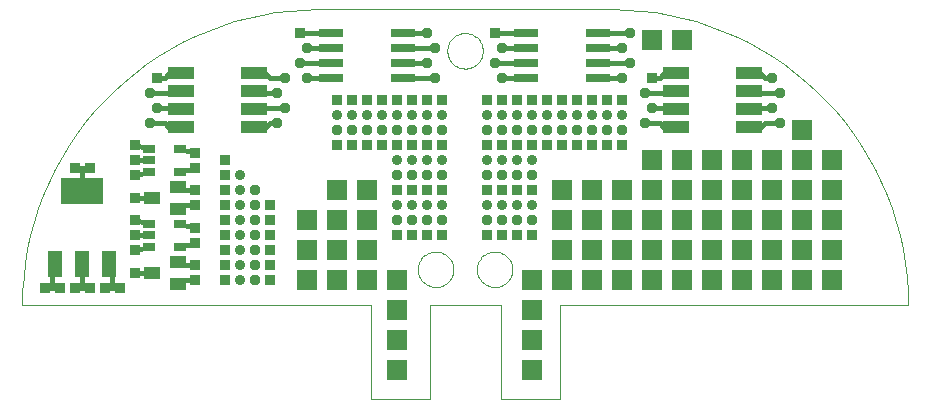
<source format=gtl>
G75*
G70*
%OFA0B0*%
%FSLAX24Y24*%
%IPPOS*%
%LPD*%
%AMOC8*
5,1,8,0,0,1.08239X$1,22.5*
%
%ADD10C,0.0000*%
%ADD11R,0.0800X0.0260*%
%ADD12R,0.0880X0.0400*%
%ADD13R,0.0480X0.0880*%
%ADD14R,0.1417X0.0866*%
%ADD15R,0.0390X0.0272*%
%ADD16R,0.0551X0.0394*%
%ADD17R,0.0357X0.0357*%
%ADD18C,0.0160*%
%ADD19OC8,0.0357*%
%ADD20C,0.0357*%
%ADD21R,0.0700X0.0700*%
D10*
X000101Y003252D02*
X011715Y003252D01*
X011715Y000102D01*
X013683Y000102D01*
X013683Y003252D01*
X016046Y003252D01*
X016046Y000102D01*
X018014Y000102D01*
X018014Y003252D01*
X029628Y003252D01*
X029629Y003252D02*
X029618Y003720D01*
X029584Y004188D01*
X029529Y004653D01*
X029451Y005115D01*
X029352Y005573D01*
X029230Y006025D01*
X029088Y006471D01*
X028924Y006910D01*
X028740Y007341D01*
X028535Y007762D01*
X028310Y008173D01*
X028066Y008574D01*
X027804Y008962D01*
X027523Y009337D01*
X027225Y009698D01*
X026910Y010044D01*
X026578Y010376D01*
X026232Y010691D01*
X025871Y010989D01*
X025496Y011270D01*
X025108Y011532D01*
X024707Y011776D01*
X024296Y012001D01*
X023875Y012206D01*
X023444Y012390D01*
X023005Y012554D01*
X022559Y012696D01*
X022107Y012818D01*
X021649Y012917D01*
X021187Y012995D01*
X020722Y013050D01*
X020254Y013084D01*
X019786Y013095D01*
X019786Y013094D02*
X009943Y013094D01*
X014274Y011716D02*
X014276Y011764D01*
X014282Y011812D01*
X014292Y011859D01*
X014305Y011905D01*
X014323Y011950D01*
X014343Y011994D01*
X014368Y012036D01*
X014396Y012075D01*
X014426Y012112D01*
X014460Y012146D01*
X014497Y012178D01*
X014535Y012207D01*
X014576Y012232D01*
X014619Y012254D01*
X014664Y012272D01*
X014710Y012286D01*
X014757Y012297D01*
X014805Y012304D01*
X014853Y012307D01*
X014901Y012306D01*
X014949Y012301D01*
X014997Y012292D01*
X015043Y012280D01*
X015088Y012263D01*
X015132Y012243D01*
X015174Y012220D01*
X015214Y012193D01*
X015252Y012163D01*
X015287Y012130D01*
X015319Y012094D01*
X015349Y012056D01*
X015375Y012015D01*
X015397Y011972D01*
X015417Y011928D01*
X015432Y011883D01*
X015444Y011836D01*
X015452Y011788D01*
X015456Y011740D01*
X015456Y011692D01*
X015452Y011644D01*
X015444Y011596D01*
X015432Y011549D01*
X015417Y011504D01*
X015397Y011460D01*
X015375Y011417D01*
X015349Y011376D01*
X015319Y011338D01*
X015287Y011302D01*
X015252Y011269D01*
X015214Y011239D01*
X015174Y011212D01*
X015132Y011189D01*
X015088Y011169D01*
X015043Y011152D01*
X014997Y011140D01*
X014949Y011131D01*
X014901Y011126D01*
X014853Y011125D01*
X014805Y011128D01*
X014757Y011135D01*
X014710Y011146D01*
X014664Y011160D01*
X014619Y011178D01*
X014576Y011200D01*
X014535Y011225D01*
X014497Y011254D01*
X014460Y011286D01*
X014426Y011320D01*
X014396Y011357D01*
X014368Y011396D01*
X014343Y011438D01*
X014323Y011482D01*
X014305Y011527D01*
X014292Y011573D01*
X014282Y011620D01*
X014276Y011668D01*
X014274Y011716D01*
X013289Y004433D02*
X013291Y004481D01*
X013297Y004529D01*
X013307Y004576D01*
X013320Y004622D01*
X013338Y004667D01*
X013358Y004711D01*
X013383Y004753D01*
X013411Y004792D01*
X013441Y004829D01*
X013475Y004863D01*
X013512Y004895D01*
X013550Y004924D01*
X013591Y004949D01*
X013634Y004971D01*
X013679Y004989D01*
X013725Y005003D01*
X013772Y005014D01*
X013820Y005021D01*
X013868Y005024D01*
X013916Y005023D01*
X013964Y005018D01*
X014012Y005009D01*
X014058Y004997D01*
X014103Y004980D01*
X014147Y004960D01*
X014189Y004937D01*
X014229Y004910D01*
X014267Y004880D01*
X014302Y004847D01*
X014334Y004811D01*
X014364Y004773D01*
X014390Y004732D01*
X014412Y004689D01*
X014432Y004645D01*
X014447Y004600D01*
X014459Y004553D01*
X014467Y004505D01*
X014471Y004457D01*
X014471Y004409D01*
X014467Y004361D01*
X014459Y004313D01*
X014447Y004266D01*
X014432Y004221D01*
X014412Y004177D01*
X014390Y004134D01*
X014364Y004093D01*
X014334Y004055D01*
X014302Y004019D01*
X014267Y003986D01*
X014229Y003956D01*
X014189Y003929D01*
X014147Y003906D01*
X014103Y003886D01*
X014058Y003869D01*
X014012Y003857D01*
X013964Y003848D01*
X013916Y003843D01*
X013868Y003842D01*
X013820Y003845D01*
X013772Y003852D01*
X013725Y003863D01*
X013679Y003877D01*
X013634Y003895D01*
X013591Y003917D01*
X013550Y003942D01*
X013512Y003971D01*
X013475Y004003D01*
X013441Y004037D01*
X013411Y004074D01*
X013383Y004113D01*
X013358Y004155D01*
X013338Y004199D01*
X013320Y004244D01*
X013307Y004290D01*
X013297Y004337D01*
X013291Y004385D01*
X013289Y004433D01*
X015258Y004433D02*
X015260Y004481D01*
X015266Y004529D01*
X015276Y004576D01*
X015289Y004622D01*
X015307Y004667D01*
X015327Y004711D01*
X015352Y004753D01*
X015380Y004792D01*
X015410Y004829D01*
X015444Y004863D01*
X015481Y004895D01*
X015519Y004924D01*
X015560Y004949D01*
X015603Y004971D01*
X015648Y004989D01*
X015694Y005003D01*
X015741Y005014D01*
X015789Y005021D01*
X015837Y005024D01*
X015885Y005023D01*
X015933Y005018D01*
X015981Y005009D01*
X016027Y004997D01*
X016072Y004980D01*
X016116Y004960D01*
X016158Y004937D01*
X016198Y004910D01*
X016236Y004880D01*
X016271Y004847D01*
X016303Y004811D01*
X016333Y004773D01*
X016359Y004732D01*
X016381Y004689D01*
X016401Y004645D01*
X016416Y004600D01*
X016428Y004553D01*
X016436Y004505D01*
X016440Y004457D01*
X016440Y004409D01*
X016436Y004361D01*
X016428Y004313D01*
X016416Y004266D01*
X016401Y004221D01*
X016381Y004177D01*
X016359Y004134D01*
X016333Y004093D01*
X016303Y004055D01*
X016271Y004019D01*
X016236Y003986D01*
X016198Y003956D01*
X016158Y003929D01*
X016116Y003906D01*
X016072Y003886D01*
X016027Y003869D01*
X015981Y003857D01*
X015933Y003848D01*
X015885Y003843D01*
X015837Y003842D01*
X015789Y003845D01*
X015741Y003852D01*
X015694Y003863D01*
X015648Y003877D01*
X015603Y003895D01*
X015560Y003917D01*
X015519Y003942D01*
X015481Y003971D01*
X015444Y004003D01*
X015410Y004037D01*
X015380Y004074D01*
X015352Y004113D01*
X015327Y004155D01*
X015307Y004199D01*
X015289Y004244D01*
X015276Y004290D01*
X015266Y004337D01*
X015260Y004385D01*
X015258Y004433D01*
X009943Y013095D02*
X009475Y013084D01*
X009007Y013050D01*
X008542Y012995D01*
X008080Y012917D01*
X007622Y012818D01*
X007170Y012696D01*
X006724Y012554D01*
X006285Y012390D01*
X005854Y012206D01*
X005433Y012001D01*
X005021Y011776D01*
X004621Y011532D01*
X004233Y011270D01*
X003858Y010989D01*
X003497Y010691D01*
X003151Y010376D01*
X002819Y010044D01*
X002504Y009698D01*
X002206Y009337D01*
X001925Y008962D01*
X001663Y008574D01*
X001419Y008174D01*
X001194Y007762D01*
X000989Y007341D01*
X000805Y006910D01*
X000641Y006471D01*
X000499Y006025D01*
X000377Y005573D01*
X000278Y005115D01*
X000200Y004653D01*
X000145Y004188D01*
X000111Y003720D01*
X000100Y003252D01*
D11*
X010391Y010815D03*
X010391Y011315D03*
X010391Y011815D03*
X010391Y012315D03*
X012811Y012315D03*
X012811Y011815D03*
X012811Y011315D03*
X012811Y010815D03*
X016891Y010815D03*
X016891Y011315D03*
X016891Y011815D03*
X016891Y012315D03*
X019311Y012315D03*
X019311Y011815D03*
X019311Y011315D03*
X019311Y010815D03*
D12*
X021881Y010965D03*
X021881Y010365D03*
X021881Y009765D03*
X021881Y009165D03*
X024321Y009165D03*
X024321Y009765D03*
X024321Y010365D03*
X024321Y010965D03*
X007821Y010965D03*
X007821Y010365D03*
X007821Y009765D03*
X007821Y009165D03*
X005381Y009165D03*
X005381Y009765D03*
X005381Y010365D03*
X005381Y010965D03*
D13*
X003011Y004595D03*
X002101Y004595D03*
X001191Y004595D03*
D14*
X002101Y007035D03*
D15*
X004343Y007691D03*
X004343Y008065D03*
X004343Y008439D03*
X005363Y008439D03*
X005363Y007691D03*
X005363Y005939D03*
X004343Y005939D03*
X004343Y005565D03*
X004343Y005191D03*
X005363Y005191D03*
D16*
X005284Y004689D03*
X004418Y004315D03*
X005284Y003941D03*
X005284Y006441D03*
X004418Y006815D03*
X005284Y007189D03*
D17*
X005851Y007065D03*
X005851Y006565D03*
X006851Y006565D03*
X006851Y007065D03*
X006851Y007565D03*
X006851Y008065D03*
X005851Y008315D03*
X005851Y007815D03*
X003851Y008065D03*
X003851Y007565D03*
X002351Y007815D03*
X001851Y007815D03*
X003851Y008565D03*
X003851Y006815D03*
X003851Y006065D03*
X003851Y005565D03*
X003851Y005065D03*
X003851Y004315D03*
X003351Y003815D03*
X002851Y003815D03*
X002351Y003815D03*
X001851Y003815D03*
X001351Y003815D03*
X000851Y003815D03*
X005851Y004065D03*
X005851Y004565D03*
X006851Y004565D03*
X006851Y004065D03*
X008351Y004065D03*
X008351Y004565D03*
X008351Y005065D03*
X008351Y005565D03*
X008351Y006065D03*
X008351Y006565D03*
X006851Y006065D03*
X006851Y005565D03*
X006851Y005065D03*
X005851Y005315D03*
X005851Y005815D03*
X010601Y008565D03*
X011101Y008565D03*
X011601Y008565D03*
X012101Y008565D03*
X012601Y008565D03*
X013101Y008565D03*
X013601Y008565D03*
X014101Y008565D03*
X015601Y008565D03*
X016101Y008565D03*
X016601Y008565D03*
X017101Y008565D03*
X017601Y008565D03*
X018101Y008565D03*
X018601Y008565D03*
X019101Y008565D03*
X019601Y008565D03*
X020101Y008565D03*
X020101Y010065D03*
X019601Y010065D03*
X019101Y010065D03*
X018601Y010065D03*
X018101Y010065D03*
X017601Y010065D03*
X017101Y010065D03*
X016601Y010065D03*
X016101Y010065D03*
X015601Y010065D03*
X014101Y010065D03*
X013601Y010065D03*
X013101Y010065D03*
X012601Y010065D03*
X012101Y010065D03*
X011601Y010065D03*
X011101Y010065D03*
X010601Y010065D03*
X009351Y012315D03*
X004601Y010815D03*
X012601Y007065D03*
X013101Y007065D03*
X013601Y007065D03*
X014101Y007065D03*
X015601Y007065D03*
X016101Y007065D03*
X016601Y007065D03*
X017101Y007065D03*
X017101Y005565D03*
X016601Y005565D03*
X016101Y005565D03*
X015601Y005565D03*
X014101Y005565D03*
X013601Y005565D03*
X013101Y005565D03*
X012601Y005565D03*
X021101Y010815D03*
X015851Y012315D03*
D18*
X016601Y012315D01*
X016601Y011815D02*
X016101Y011815D01*
X015851Y011315D02*
X016601Y011315D01*
X016601Y010815D02*
X016101Y010815D01*
X013851Y010815D02*
X012851Y010815D01*
X012851Y011315D02*
X013601Y011315D01*
X013851Y011815D02*
X012851Y011815D01*
X012851Y012315D02*
X013601Y012315D01*
X010351Y012315D02*
X009351Y012315D01*
X009601Y011815D02*
X010351Y011815D01*
X010351Y011315D02*
X009351Y011315D01*
X009601Y010815D02*
X010351Y010815D01*
X008851Y010815D02*
X008351Y010815D01*
X008226Y010940D01*
X008101Y010315D02*
X008601Y010315D01*
X008851Y009815D02*
X008101Y009815D01*
X008351Y009315D02*
X008226Y009190D01*
X008351Y009315D02*
X008601Y009315D01*
X005851Y008315D02*
X005351Y008440D01*
X004351Y008440D02*
X003851Y008565D01*
X003851Y008065D02*
X004351Y008065D01*
X004351Y007690D02*
X003851Y007565D01*
X005351Y007690D02*
X005851Y007815D01*
X005851Y007065D02*
X005351Y007065D01*
X004351Y006815D02*
X003851Y006815D01*
X005351Y006565D02*
X005851Y006565D01*
X005851Y005815D02*
X005351Y005940D01*
X004351Y005940D02*
X003851Y006065D01*
X003851Y005565D02*
X004351Y005565D01*
X004351Y005190D02*
X003851Y005065D01*
X003101Y004565D02*
X003101Y003815D01*
X002851Y003815D01*
X003351Y003815D01*
X003851Y004315D02*
X004601Y004315D01*
X005351Y004565D02*
X005851Y004565D01*
X005851Y004065D02*
X005351Y004065D01*
X005351Y005190D02*
X005851Y005315D01*
X002351Y003815D02*
X001851Y003815D01*
X002101Y003815D02*
X002351Y003815D01*
X002101Y003815D02*
X002101Y004565D01*
X001101Y004565D02*
X001101Y003815D01*
X001351Y003815D01*
X000851Y003815D01*
X002101Y007315D02*
X002101Y007815D01*
X002351Y007815D01*
X001851Y007815D01*
X004351Y009315D02*
X004851Y009315D01*
X004976Y009190D01*
X004601Y009815D02*
X005351Y009815D01*
X005351Y010315D02*
X004351Y010315D01*
X004601Y010815D02*
X004851Y010815D01*
X004976Y010940D01*
X019601Y010815D02*
X020101Y010815D01*
X020351Y011315D02*
X019601Y011315D01*
X019601Y011815D02*
X020101Y011815D01*
X020351Y012315D02*
X019601Y012315D01*
X021351Y010815D02*
X021476Y010940D01*
X021351Y010815D02*
X021101Y010815D01*
X020851Y010315D02*
X021601Y010315D01*
X021601Y009815D02*
X021101Y009815D01*
X020851Y009315D02*
X021351Y009315D01*
X021476Y009190D01*
X024601Y009815D02*
X025101Y009815D01*
X025351Y010315D02*
X024601Y010315D01*
X024851Y010815D02*
X024726Y010940D01*
X024851Y010815D02*
X025101Y010815D01*
X024851Y009315D02*
X025351Y009315D01*
X024851Y009315D02*
X024726Y009190D01*
D19*
X025351Y009315D03*
X025101Y009815D03*
X025351Y010315D03*
X025101Y010815D03*
X021101Y009815D03*
X020851Y010315D03*
X020101Y010815D03*
X020351Y011315D03*
X020101Y011815D03*
X020351Y012315D03*
X016101Y011815D03*
X015851Y011315D03*
X016101Y010815D03*
X013851Y010815D03*
X013601Y011315D03*
X013851Y011815D03*
X013601Y012315D03*
X009601Y011815D03*
X009351Y011315D03*
X009601Y010815D03*
X008851Y010815D03*
X008601Y010315D03*
X008851Y009815D03*
X008601Y009315D03*
X010601Y009065D03*
X011101Y009065D03*
X011601Y009065D03*
X012101Y009065D03*
X012601Y009065D03*
X013101Y009065D03*
X013601Y009065D03*
X014101Y009065D03*
X015601Y009065D03*
X016101Y009065D03*
X016601Y009065D03*
X017101Y009065D03*
X017601Y009065D03*
X018101Y009065D03*
X018601Y009065D03*
X019101Y009065D03*
X019601Y009065D03*
X020101Y009065D03*
X020851Y009315D03*
X017101Y007565D03*
X016601Y007565D03*
X016101Y007565D03*
X015601Y007565D03*
X014101Y007565D03*
X013601Y007565D03*
X013101Y007565D03*
X012601Y007565D03*
X012601Y006065D03*
X013101Y006065D03*
X013601Y006065D03*
X014101Y006065D03*
X015601Y006065D03*
X016101Y006065D03*
X016601Y006065D03*
X017101Y006065D03*
X007851Y006065D03*
X007851Y005565D03*
X007851Y005065D03*
X007851Y004565D03*
X007851Y004065D03*
X007851Y006565D03*
X007851Y007065D03*
X004351Y009315D03*
X004601Y009815D03*
X004351Y010315D03*
D20*
X007351Y007565D03*
X007351Y007065D03*
X007351Y006565D03*
X007351Y006065D03*
X007351Y005565D03*
X007351Y005065D03*
X007351Y004565D03*
X007351Y004065D03*
X012601Y006565D03*
X013101Y006565D03*
X013601Y006565D03*
X014101Y006565D03*
X015601Y006565D03*
X016101Y006565D03*
X016601Y006565D03*
X017101Y006565D03*
X017101Y008065D03*
X016601Y008065D03*
X016101Y008065D03*
X015601Y008065D03*
X014101Y008065D03*
X013601Y008065D03*
X013101Y008065D03*
X012601Y008065D03*
X012601Y009565D03*
X013101Y009565D03*
X013601Y009565D03*
X014101Y009565D03*
X015601Y009565D03*
X016101Y009565D03*
X016601Y009565D03*
X017101Y009565D03*
X017601Y009565D03*
X018101Y009565D03*
X018601Y009565D03*
X019101Y009565D03*
X019601Y009565D03*
X020101Y009565D03*
X012101Y009565D03*
X011601Y009565D03*
X011101Y009565D03*
X010601Y009565D03*
D21*
X010601Y007065D03*
X011601Y007065D03*
X011601Y006065D03*
X010601Y006065D03*
X009601Y006065D03*
X009601Y005065D03*
X010601Y005065D03*
X011601Y005065D03*
X011601Y004065D03*
X012601Y004065D03*
X010601Y004065D03*
X009601Y004065D03*
X012601Y003065D03*
X012601Y002065D03*
X012601Y001065D03*
X017101Y001065D03*
X017101Y002065D03*
X017101Y003065D03*
X017101Y004065D03*
X018101Y004065D03*
X019101Y004065D03*
X020101Y004065D03*
X021101Y004065D03*
X022101Y004065D03*
X023101Y004065D03*
X024101Y004065D03*
X025101Y004065D03*
X026101Y004065D03*
X027101Y004065D03*
X027101Y005065D03*
X026101Y005065D03*
X025101Y005065D03*
X024101Y005065D03*
X023101Y005065D03*
X022101Y005065D03*
X021101Y005065D03*
X020101Y005065D03*
X019101Y005065D03*
X018101Y005065D03*
X018101Y006065D03*
X019101Y006065D03*
X020101Y006065D03*
X021101Y006065D03*
X022101Y006065D03*
X023101Y006065D03*
X024101Y006065D03*
X025101Y006065D03*
X026101Y006065D03*
X027101Y006065D03*
X027101Y007065D03*
X026101Y007065D03*
X025101Y007065D03*
X024101Y007065D03*
X023101Y007065D03*
X022101Y007065D03*
X021101Y007065D03*
X020101Y007065D03*
X019101Y007065D03*
X018101Y007065D03*
X021101Y008065D03*
X022101Y008065D03*
X023101Y008065D03*
X024101Y008065D03*
X025101Y008065D03*
X026101Y008065D03*
X027101Y008065D03*
X026101Y009065D03*
X022101Y012065D03*
X021101Y012065D03*
M02*

</source>
